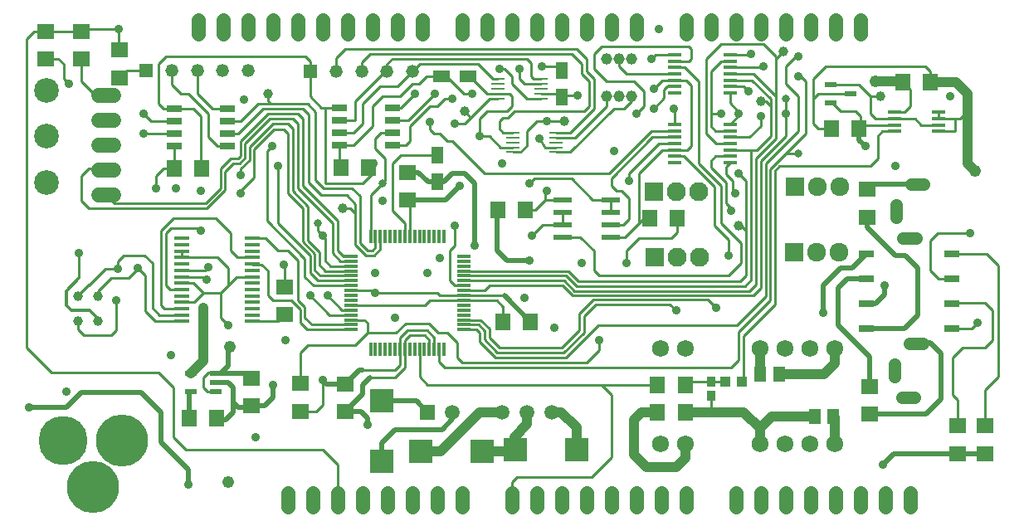
<source format=gbr>
G04 EAGLE Gerber RS-274X export*
G75*
%MOMM*%
%FSLAX34Y34*%
%LPD*%
%INBottom Copper*%
%IPPOS*%
%AMOC8*
5,1,8,0,0,1.08239X$1,22.5*%
G01*
%ADD10R,1.500000X0.400000*%
%ADD11R,1.803000X1.600000*%
%ADD12R,1.800000X1.600000*%
%ADD13R,1.600000X1.800000*%
%ADD14C,1.524000*%
%ADD15C,1.422400*%
%ADD16C,1.000000*%
%ADD17R,1.520000X0.700000*%
%ADD18R,1.320800X1.320800*%
%ADD19C,1.320800*%
%ADD20R,1.333500X0.228600*%
%ADD21R,1.473200X0.355600*%
%ADD22R,1.920000X1.920000*%
%ADD23C,1.920000*%
%ADD24R,1.950000X1.950000*%
%ADD25C,1.950000*%
%ADD26R,1.981200X0.558800*%
%ADD27R,1.600000X0.700000*%
%ADD28C,1.308000*%
%ADD29R,1.475000X0.450000*%
%ADD30R,1.600000X1.803000*%
%ADD31C,1.725000*%
%ADD32R,2.450000X2.350000*%
%ADD33R,1.508000X1.508000*%
%ADD34C,1.508000*%
%ADD35R,2.350000X2.450000*%
%ADD36R,1.300000X1.500000*%
%ADD37R,1.475000X0.300000*%
%ADD38R,0.300000X1.475000*%
%ADD39R,1.200000X0.600000*%
%ADD40C,1.168000*%
%ADD41C,2.520000*%
%ADD42R,1.295400X0.558800*%
%ADD43R,1.250000X1.750000*%
%ADD44R,1.750000X1.250000*%
%ADD45C,5.300000*%
%ADD46C,5.000000*%
%ADD47C,0.800000*%
%ADD48R,1.000000X1.100000*%
%ADD49R,0.949997X1.005600*%
%ADD50C,0.508000*%
%ADD51C,0.254000*%
%ADD52C,0.914400*%
%ADD53C,1.016000*%
%ADD54C,1.219200*%
%ADD55C,0.304800*%


D10*
X243520Y291970D03*
X243520Y285470D03*
X243520Y278970D03*
X243520Y272470D03*
X243520Y265970D03*
X243520Y259470D03*
X243520Y252970D03*
X243520Y246470D03*
X243520Y239970D03*
X243520Y233470D03*
X243520Y226970D03*
X243520Y220470D03*
X243520Y213970D03*
X243520Y207470D03*
X171020Y207470D03*
X171020Y213970D03*
X171020Y220470D03*
X171020Y226970D03*
X171020Y233470D03*
X171020Y239970D03*
X171020Y246470D03*
X171020Y252970D03*
X171020Y259470D03*
X171020Y265970D03*
X171020Y272470D03*
X171020Y278970D03*
X171020Y285470D03*
X171020Y291970D03*
D11*
X276000Y242770D03*
X276000Y214330D03*
X107470Y456140D03*
X107470Y484580D03*
D12*
X32610Y503520D03*
X32610Y475520D03*
X242390Y149270D03*
X242390Y121270D03*
D13*
X178980Y108300D03*
X206980Y108300D03*
D11*
X68340Y475080D03*
X68340Y503520D03*
D13*
X499040Y207170D03*
X527040Y207170D03*
D12*
X337920Y143510D03*
X337920Y115510D03*
X401280Y331600D03*
X401280Y359600D03*
D14*
X101560Y387510D02*
X86320Y387510D01*
X86320Y412910D02*
X101560Y412910D01*
X101560Y438310D02*
X86320Y438310D01*
X86320Y362110D02*
X101560Y362110D01*
X101560Y336710D02*
X86320Y336710D01*
D15*
X634960Y501048D02*
X634960Y515272D01*
X609560Y515272D02*
X609560Y501048D01*
X584160Y501048D02*
X584160Y515272D01*
X558760Y515272D02*
X558760Y501048D01*
X533360Y501048D02*
X533360Y515272D01*
X507960Y515272D02*
X507960Y501048D01*
X482560Y501048D02*
X482560Y515272D01*
X457160Y515272D02*
X457160Y501048D01*
X416520Y501048D02*
X416520Y515272D01*
X391120Y515272D02*
X391120Y501048D01*
X365720Y501048D02*
X365720Y515272D01*
X340320Y515272D02*
X340320Y501048D01*
X314920Y501048D02*
X314920Y515272D01*
X289520Y515272D02*
X289520Y501048D01*
X264120Y501048D02*
X264120Y515272D01*
X238720Y515272D02*
X238720Y501048D01*
X213320Y501048D02*
X213320Y515272D01*
X187920Y515272D02*
X187920Y501048D01*
X279360Y32672D02*
X279360Y18448D01*
X304760Y18448D02*
X304760Y32672D01*
X330160Y32672D02*
X330160Y18448D01*
X355560Y18448D02*
X355560Y32672D01*
X380960Y32672D02*
X380960Y18448D01*
X406360Y18448D02*
X406360Y32672D01*
X431760Y32672D02*
X431760Y18448D01*
X457160Y18448D02*
X457160Y32672D01*
X507960Y32672D02*
X507960Y18448D01*
X533360Y18448D02*
X533360Y32672D01*
X558760Y32672D02*
X558760Y18448D01*
X584160Y18448D02*
X584160Y32672D01*
X609560Y32672D02*
X609560Y18448D01*
X634960Y18448D02*
X634960Y32672D01*
X660360Y32672D02*
X660360Y18448D01*
X685760Y18448D02*
X685760Y32672D01*
X685760Y501048D02*
X685760Y515272D01*
X711160Y515272D02*
X711160Y501048D01*
X736560Y501048D02*
X736560Y515272D01*
X761960Y515272D02*
X761960Y501048D01*
X787360Y501048D02*
X787360Y515272D01*
X812760Y515272D02*
X812760Y501048D01*
X838160Y501048D02*
X838160Y515272D01*
X863560Y515272D02*
X863560Y501048D01*
X736560Y32672D02*
X736560Y18448D01*
X761960Y18448D02*
X761960Y32672D01*
X787360Y32672D02*
X787360Y18448D01*
X812760Y18448D02*
X812760Y32672D01*
X838160Y32672D02*
X838160Y18448D01*
X863560Y18448D02*
X863560Y32672D01*
X888960Y32672D02*
X888960Y18448D01*
X914360Y18448D02*
X914360Y32672D01*
D16*
X85250Y207424D03*
X64960Y207424D03*
X64960Y232824D03*
X85250Y232824D03*
D17*
X386520Y425610D03*
X386520Y412910D03*
X386520Y400210D03*
X386520Y387510D03*
X332220Y387510D03*
X332220Y400210D03*
X332220Y412910D03*
X332220Y425610D03*
X217610Y424340D03*
X217610Y411640D03*
X217610Y398940D03*
X217610Y386240D03*
X163310Y386240D03*
X163310Y398940D03*
X163310Y411640D03*
X163310Y424340D03*
D18*
X134580Y463710D03*
D19*
X160742Y463710D03*
X186904Y463710D03*
X213066Y463710D03*
X239228Y463710D03*
D18*
X302220Y462440D03*
D19*
X328382Y462440D03*
X354544Y462440D03*
X380706Y462440D03*
X406868Y462440D03*
D13*
X191760Y363380D03*
X163760Y363380D03*
X361940Y364650D03*
X333940Y364650D03*
D20*
X537742Y454668D03*
X537742Y449664D03*
X537742Y444660D03*
X537742Y439656D03*
X537742Y434652D03*
X493419Y434652D03*
X493419Y439656D03*
X493419Y444660D03*
X493419Y449664D03*
X493419Y454668D03*
X552982Y400058D03*
X552982Y395054D03*
X552982Y390050D03*
X552982Y385046D03*
X552982Y380042D03*
X508659Y380042D03*
X508659Y385046D03*
X508659Y390050D03*
X508659Y395054D03*
X508659Y400058D03*
D21*
X730464Y408280D03*
X730464Y401780D03*
X730464Y395280D03*
X730464Y388780D03*
X730464Y382280D03*
X730464Y375780D03*
X730464Y369280D03*
X674076Y369280D03*
X674076Y375780D03*
X674076Y382280D03*
X674076Y388780D03*
X674076Y395280D03*
X674076Y401780D03*
X674076Y408280D03*
X730464Y479400D03*
X730464Y472900D03*
X730464Y466400D03*
X730464Y459900D03*
X730464Y453400D03*
X730464Y446900D03*
X730464Y440400D03*
X674076Y440400D03*
X674076Y446900D03*
X674076Y453400D03*
X674076Y459900D03*
X674076Y466400D03*
X674076Y472900D03*
X674076Y479400D03*
D13*
X521960Y321470D03*
X493960Y321470D03*
X676900Y312580D03*
X648900Y312580D03*
D22*
X796250Y278290D03*
D23*
X819150Y278290D03*
X842050Y278290D03*
D24*
X654010Y273210D03*
D25*
X676910Y273210D03*
X699810Y273210D03*
D26*
X608798Y331630D03*
X608798Y318930D03*
X608798Y306230D03*
X608798Y293530D03*
X559522Y293530D03*
X559522Y306230D03*
X559522Y318930D03*
X559522Y331630D03*
D27*
X957040Y276340D03*
X957040Y250940D03*
X957040Y225540D03*
X957040Y200140D03*
X869540Y200140D03*
X869540Y225540D03*
X869540Y250940D03*
X869540Y276340D03*
D11*
X873040Y112740D03*
X873040Y141180D03*
X870590Y342240D03*
X870590Y313800D03*
D28*
X898550Y163980D02*
X898550Y150900D01*
X914010Y184940D02*
X927090Y184940D01*
X919090Y129940D02*
X906010Y129940D01*
D29*
X943030Y420710D03*
X943030Y414210D03*
X943030Y407710D03*
X943030Y401210D03*
X898790Y401210D03*
X898790Y407710D03*
X898790Y414210D03*
X898790Y420710D03*
D30*
X906690Y451600D03*
X935130Y451600D03*
D22*
X796450Y344920D03*
D23*
X819350Y344920D03*
X842250Y344920D03*
D24*
X652940Y339840D03*
D25*
X675840Y339840D03*
X698740Y339840D03*
D28*
X899820Y326540D02*
X899820Y313460D01*
X915280Y347500D02*
X928360Y347500D01*
X920360Y292500D02*
X907280Y292500D01*
D31*
X659290Y180090D03*
X684690Y180090D03*
X760890Y180090D03*
X786290Y180090D03*
X811690Y180090D03*
X837090Y180090D03*
X659290Y82300D03*
X684690Y82300D03*
X760890Y82300D03*
X786290Y82300D03*
X811690Y82300D03*
X837090Y82300D03*
D32*
X375300Y126540D03*
X375300Y64540D03*
D33*
X422160Y114920D03*
D34*
X447560Y114920D03*
X498360Y114920D03*
X523760Y114920D03*
X549160Y114920D03*
D35*
X477400Y74960D03*
X415400Y74960D03*
X573920Y76300D03*
X511920Y76300D03*
D36*
X761420Y153180D03*
X780420Y153180D03*
X816880Y110380D03*
X835880Y110380D03*
D37*
X458660Y273880D03*
X458660Y268880D03*
X458660Y263880D03*
X458660Y258880D03*
X458660Y253880D03*
X458660Y248880D03*
X458660Y243880D03*
X458660Y238880D03*
X458660Y233880D03*
X458660Y228880D03*
X458660Y223880D03*
X458660Y218880D03*
X458660Y213880D03*
X458660Y208880D03*
X458660Y203880D03*
X458660Y198880D03*
D38*
X438780Y179000D03*
X433780Y179000D03*
X428780Y179000D03*
X423780Y179000D03*
X418780Y179000D03*
X413780Y179000D03*
X408780Y179000D03*
X403780Y179000D03*
X398780Y179000D03*
X393780Y179000D03*
X388780Y179000D03*
X383780Y179000D03*
X378780Y179000D03*
X373780Y179000D03*
X368780Y179000D03*
X363780Y179000D03*
D37*
X343900Y198880D03*
X343900Y203880D03*
X343900Y208880D03*
X343900Y213880D03*
X343900Y218880D03*
X343900Y223880D03*
X343900Y228880D03*
X343900Y233880D03*
X343900Y238880D03*
X343900Y243880D03*
X343900Y248880D03*
X343900Y253880D03*
X343900Y258880D03*
X343900Y263880D03*
X343900Y268880D03*
X343900Y273880D03*
D38*
X363780Y293760D03*
X368780Y293760D03*
X373780Y293760D03*
X378780Y293760D03*
X383780Y293760D03*
X388780Y293760D03*
X393780Y293760D03*
X398780Y293760D03*
X403780Y293760D03*
X408780Y293760D03*
X413780Y293760D03*
X418780Y293760D03*
X423780Y293760D03*
X428780Y293760D03*
X433780Y293760D03*
X438780Y293760D03*
D39*
X205500Y154440D03*
X205500Y144940D03*
X205500Y135440D03*
X180500Y135440D03*
X180500Y154440D03*
D40*
X604480Y475140D03*
X617180Y475140D03*
X629880Y475140D03*
X604480Y437040D03*
X617180Y437040D03*
X629880Y437040D03*
D41*
X32980Y349400D03*
X32980Y396400D03*
X32980Y443400D03*
D11*
X962620Y72300D03*
X962620Y100740D03*
X990560Y72300D03*
X990560Y100740D03*
X292060Y115480D03*
X292060Y143920D03*
D30*
X684740Y142400D03*
X656300Y142400D03*
X684740Y114460D03*
X656300Y114460D03*
D42*
X832953Y430080D03*
X832953Y449080D03*
X853527Y439580D03*
D13*
X862320Y404020D03*
X834320Y404020D03*
D43*
X558760Y463240D03*
X558760Y436240D03*
D44*
X463040Y457360D03*
X436040Y457360D03*
D43*
X431760Y376880D03*
X431760Y349880D03*
D45*
X110196Y85758D03*
D46*
X50196Y85758D03*
D45*
X80196Y38758D03*
D47*
X309840Y307500D03*
X375880Y348140D03*
D16*
X259040Y439580D03*
X335240Y322740D03*
X459700Y421800D03*
X561300Y411640D03*
X883880Y437040D03*
X739100Y304960D03*
X761960Y431960D03*
X784820Y482760D03*
D47*
X787360Y434500D03*
X800060Y378620D03*
D48*
X743068Y145542D03*
X726068Y145542D03*
D49*
X711454Y145708D03*
X711454Y131152D03*
D50*
X375300Y83400D02*
X375300Y64540D01*
X375300Y83400D02*
X388580Y96680D01*
X447560Y107400D02*
X447560Y114920D01*
X436840Y96680D02*
X388580Y96680D01*
X436840Y96680D02*
X447560Y107400D01*
X218400Y144940D02*
X205500Y144940D01*
X218400Y144940D02*
X223480Y139860D01*
X223480Y124620D02*
X228560Y119540D01*
X240660Y119540D01*
X242390Y121270D01*
X223480Y124620D02*
X223480Y139860D01*
X223480Y124620D02*
X223480Y114460D01*
X215860Y106840D01*
X208440Y106840D01*
X206980Y108300D01*
D51*
X398780Y179000D02*
X398780Y188160D01*
X403820Y193200D01*
X419060Y193200D01*
X423780Y188480D02*
X423780Y179000D01*
X423780Y188480D02*
X419060Y193200D01*
X458660Y233880D02*
X500300Y233880D01*
D50*
X527010Y207170D02*
X527040Y207170D01*
X527010Y207170D02*
X500300Y233880D01*
X355560Y133150D02*
X337920Y115510D01*
X355560Y142400D02*
X363180Y150020D01*
X355560Y142400D02*
X355560Y133150D01*
D51*
X363180Y150020D02*
X388580Y150020D01*
X398780Y160220D01*
X398780Y179000D01*
X434260Y233880D02*
X458660Y233880D01*
X182910Y246470D02*
X171020Y246470D01*
X227370Y252970D02*
X243520Y252970D01*
X193000Y236380D02*
X182910Y246470D01*
X193000Y236380D02*
X210780Y236380D01*
X218400Y244000D01*
X227370Y252970D01*
D52*
X55840Y449740D03*
D51*
X50760Y454820D01*
X45300Y475520D02*
X32610Y475520D01*
X50760Y470060D02*
X50760Y454820D01*
X50760Y470060D02*
X45300Y475520D01*
D53*
X640040Y114460D02*
X656300Y114460D01*
X640040Y114460D02*
X632420Y106840D01*
X632420Y71280D01*
X645120Y58580D01*
X675600Y58580D01*
X684690Y67670D02*
X684690Y82300D01*
X684690Y67670D02*
X675600Y58580D01*
D52*
X657820Y505620D03*
X360640Y101760D03*
D51*
X183590Y226970D02*
X171020Y226970D01*
X183590Y226970D02*
X193000Y236380D01*
X171020Y272470D02*
X171020Y278970D01*
X171020Y272470D02*
X207710Y272470D01*
X218400Y261780D02*
X218400Y244000D01*
X218400Y261780D02*
X207710Y272470D01*
D52*
X104100Y228760D03*
D51*
X104100Y198280D01*
X99020Y193200D01*
X71080Y193200D01*
X64960Y199320D02*
X64960Y207424D01*
X64960Y199320D02*
X71080Y193200D01*
D52*
X159980Y172880D03*
X469860Y284640D03*
D50*
X469860Y348140D01*
D51*
X210780Y236380D02*
X210780Y210980D01*
X218400Y203360D01*
D52*
X218400Y203360D03*
D50*
X401280Y359600D02*
X412680Y359600D01*
X422400Y349880D02*
X431760Y349880D01*
X422400Y349880D02*
X412680Y359600D01*
X431760Y349880D02*
X438580Y349880D01*
X447000Y358300D01*
X459700Y358300D01*
X469860Y348140D01*
D52*
X955000Y437040D03*
X368260Y236380D03*
D51*
X365760Y238880D01*
X343900Y238880D01*
X368260Y236380D02*
X431760Y236380D01*
X434260Y233880D01*
X728940Y274480D02*
X728940Y290352D01*
D52*
X728940Y274480D03*
D51*
X728940Y290352D02*
X714332Y304960D01*
X714332Y345246D01*
D52*
X652740Y424340D03*
D50*
X255690Y121270D02*
X242390Y121270D01*
X264120Y129700D02*
X264120Y142400D01*
D52*
X264120Y142400D03*
D50*
X264120Y129700D02*
X255690Y121270D01*
X337920Y115510D02*
X353748Y115510D01*
X360894Y108364D01*
X360894Y102014D01*
X360640Y101760D01*
D51*
X715940Y375780D02*
X730464Y375780D01*
X715940Y375780D02*
X711160Y371000D01*
X711160Y364026D01*
X726400Y348786D02*
X726400Y327820D01*
X731480Y322740D01*
X731480Y320200D01*
D52*
X731480Y320200D03*
D51*
X726400Y348786D02*
X711160Y364026D01*
X730464Y446900D02*
X744480Y446900D01*
X749260Y442120D01*
D52*
X749260Y442120D03*
X234422Y433718D03*
D51*
X666762Y446900D02*
X674076Y446900D01*
X663408Y443546D02*
X663408Y437254D01*
X663448Y437214D01*
X663448Y435048D02*
X652740Y424340D01*
X663408Y443546D02*
X666762Y446900D01*
X663448Y437214D02*
X663448Y435048D01*
X674076Y375780D02*
X683798Y375780D01*
X714332Y345246D01*
X730464Y408280D02*
X739588Y417404D01*
X739588Y419748D01*
D52*
X739588Y419748D03*
X751800Y480220D03*
D51*
X750980Y479400D01*
X730464Y479400D01*
X115040Y463710D02*
X107470Y456140D01*
X458660Y228880D02*
X492600Y228880D01*
X499040Y222440D02*
X499040Y207170D01*
X499040Y222440D02*
X492600Y228880D01*
D53*
X193000Y166940D02*
X180500Y154440D01*
X193000Y166940D02*
X193000Y221140D01*
D52*
X499040Y207170D03*
D51*
X393780Y190780D02*
X393780Y179000D01*
X393780Y190780D02*
X401280Y198280D01*
X428780Y191100D02*
X428780Y179000D01*
X428780Y191100D02*
X421600Y198280D01*
X401280Y198280D01*
D50*
X352050Y157640D02*
X337920Y143510D01*
X352050Y157640D02*
X355560Y157640D01*
D51*
X393780Y162840D02*
X393780Y179000D01*
X393780Y162840D02*
X388580Y157640D01*
X355560Y157640D01*
D52*
X314920Y147480D03*
D50*
X318890Y143510D01*
X337920Y143510D01*
D52*
X454620Y345600D03*
D50*
X440620Y331600D01*
X401280Y331600D01*
D51*
X403780Y329100D02*
X403780Y293760D01*
X403780Y329100D02*
X401280Y331600D01*
X419260Y223880D02*
X343900Y223880D01*
X424260Y228880D02*
X458660Y228880D01*
X424260Y228880D02*
X419260Y223880D01*
D50*
X962620Y72300D02*
X990560Y72300D01*
D52*
X193000Y221140D03*
D50*
X897600Y72300D02*
X962620Y72300D01*
X897600Y72300D02*
X886420Y61120D01*
D52*
X886420Y61120D03*
X736306Y337726D03*
D51*
X308320Y115480D02*
X292060Y115480D01*
X308320Y115480D02*
X314920Y122080D01*
X314920Y147480D01*
X730464Y430436D02*
X730464Y440400D01*
X739588Y421312D02*
X739588Y419748D01*
X739588Y421312D02*
X730464Y430436D01*
X733766Y350426D02*
X733766Y340266D01*
X736306Y337726D01*
X733766Y350426D02*
X726400Y357792D01*
X726400Y365216D02*
X730464Y369280D01*
X726400Y365216D02*
X726400Y357792D01*
D52*
X899120Y365920D03*
D51*
X134580Y463710D02*
X115040Y463710D01*
X153030Y220470D02*
X171020Y220470D01*
X153030Y220470D02*
X149820Y223680D01*
X149820Y299880D01*
X162520Y312580D01*
X205700Y312580D01*
X220940Y297340D02*
X220940Y279560D01*
X220940Y297340D02*
X205700Y312580D01*
X220940Y279560D02*
X228030Y272470D01*
X243520Y272470D01*
X194500Y259470D02*
X171020Y259470D01*
X194500Y259470D02*
X198080Y263050D01*
D52*
X198080Y263050D03*
D51*
X194190Y252970D02*
X171020Y252970D01*
X194190Y252970D02*
X196810Y250350D01*
D52*
X196810Y250350D03*
D51*
X243520Y207470D02*
X269101Y207470D01*
X274788Y213118D02*
X276000Y214330D01*
X274788Y213118D02*
X274749Y213118D01*
X269101Y207470D01*
X243900Y265590D02*
X243520Y265970D01*
X299080Y198880D02*
X343900Y198880D01*
X299080Y198880D02*
X292060Y205900D01*
X292060Y219955D02*
X283255Y228760D01*
X264120Y228760D02*
X259040Y233840D01*
X252690Y265590D02*
X243900Y265590D01*
X292060Y219955D02*
X292060Y205900D01*
X283255Y228760D02*
X264120Y228760D01*
X259040Y233840D02*
X259040Y259240D01*
X252690Y265590D01*
X304240Y203880D02*
X343900Y203880D01*
X296632Y211488D02*
X296632Y221849D01*
X289520Y228961D01*
X289520Y269400D02*
X279360Y279560D01*
X269200Y279560D01*
X296632Y211488D02*
X304240Y203880D01*
X289520Y228961D02*
X289520Y269400D01*
X269200Y279560D02*
X256790Y291970D01*
X243520Y291970D01*
X335840Y273880D02*
X343900Y273880D01*
X335840Y273880D02*
X330160Y279560D01*
X330160Y310040D01*
X294600Y345600D01*
X210780Y343060D02*
X195540Y327820D01*
X102830Y327820D01*
X93940Y336710D01*
X210780Y363380D02*
X220940Y373540D01*
X210780Y363380D02*
X210780Y343060D01*
X220940Y373540D02*
X228560Y373540D01*
X231100Y376080D01*
X231100Y391320D01*
X259040Y419260D01*
X289520Y419260D01*
X294600Y414180D01*
X294600Y345600D01*
X333220Y268880D02*
X343900Y268880D01*
X333220Y268880D02*
X325080Y277020D01*
X325080Y307500D01*
X289520Y343060D01*
X215352Y341166D02*
X215352Y360332D01*
X215352Y341166D02*
X196926Y322740D01*
X76160Y322740D02*
X68540Y330360D01*
X68540Y355760D01*
X76160Y363380D01*
X92670Y363380D01*
X93940Y362110D01*
X76160Y322740D02*
X196926Y322740D01*
X223988Y368968D02*
X230454Y368968D01*
X235672Y374186D01*
X235672Y388780D01*
X261072Y414180D01*
X284440Y414180D02*
X289520Y409100D01*
X223988Y368968D02*
X215352Y360332D01*
X261072Y414180D02*
X284440Y414180D01*
X289520Y409100D02*
X289520Y343060D01*
X68340Y452480D02*
X68340Y475080D01*
X68340Y452480D02*
X83780Y437040D01*
X92670Y437040D01*
X93940Y438310D01*
X449660Y243880D02*
X458660Y243880D01*
X449660Y243880D02*
X444460Y249080D01*
X444460Y279560D01*
X449540Y284640D01*
X449540Y304960D01*
D52*
X449540Y304960D03*
D51*
X433780Y179000D02*
X433780Y165780D01*
X439380Y160180D01*
X771612Y229118D02*
X771612Y362872D01*
X807680Y398940D02*
X807680Y452280D01*
X802600Y457360D01*
X800060Y457360D01*
D52*
X800060Y457360D03*
X764500Y467520D03*
D51*
X763380Y466400D01*
X730464Y466400D01*
X787360Y378620D02*
X771612Y362872D01*
X787360Y378620D02*
X807680Y398940D01*
X771612Y229118D02*
X739100Y196606D01*
X731480Y160180D02*
X439380Y160180D01*
X731480Y160180D02*
X739100Y167800D01*
X739100Y196606D01*
X787360Y378620D02*
X800060Y378620D01*
X368780Y293760D02*
X368780Y282620D01*
X365720Y279560D01*
X360640Y279560D01*
X353020Y287180D01*
X353020Y335440D01*
X315566Y343568D02*
X307808Y351326D01*
X307808Y421292D01*
X344892Y343568D02*
X353020Y335440D01*
X344892Y343568D02*
X315566Y343568D01*
X299680Y429420D02*
X261580Y429420D01*
X248880Y429420D01*
X299680Y429420D02*
X307808Y421292D01*
X231100Y411640D02*
X217610Y411640D01*
X231100Y411640D02*
X248880Y429420D01*
X259040Y431960D02*
X259040Y439580D01*
X259040Y431960D02*
X261580Y429420D01*
X322980Y263880D02*
X343900Y263880D01*
D52*
X314920Y294800D03*
X429220Y439580D03*
D51*
X402550Y412910D01*
X386520Y412910D01*
X317460Y269400D02*
X322980Y263880D01*
X317460Y292260D02*
X314920Y294800D01*
X317460Y292260D02*
X317460Y269400D01*
X314920Y294800D02*
X309840Y299880D01*
X309840Y307500D01*
X363780Y293760D02*
X363780Y336040D01*
X378420Y373540D02*
X368260Y383700D01*
X368260Y393860D01*
X374610Y400210D02*
X386520Y400210D01*
X375880Y348140D02*
X363780Y336040D01*
X375880Y348140D02*
X378420Y350680D01*
X378420Y373540D01*
X368260Y393860D02*
X374610Y400210D01*
X367614Y274988D02*
X358746Y274988D01*
X348448Y285286D01*
X348448Y317660D01*
X348448Y327312D01*
X373780Y293760D02*
X373582Y293562D01*
X373582Y280956D01*
X367614Y274988D01*
X339304Y336456D02*
X313672Y336456D01*
X300696Y349432D01*
X300696Y418244D02*
X294600Y424340D01*
X339304Y336456D02*
X348448Y327312D01*
X300696Y349432D02*
X300696Y418244D01*
X228560Y398940D02*
X217610Y398940D01*
X228560Y398940D02*
X253960Y424340D01*
X294600Y424340D01*
X335240Y322740D02*
X343368Y322740D01*
X348448Y317660D01*
X343900Y208880D02*
X357660Y208880D01*
X360640Y205900D01*
X360640Y195740D01*
X299680Y183040D02*
X292060Y175420D01*
X292060Y143920D01*
X347940Y183040D02*
X360640Y195740D01*
X347940Y183040D02*
X299680Y183040D01*
X360640Y195740D02*
X389734Y195740D01*
X399386Y205392D01*
X423494Y205392D01*
X433146Y195740D01*
X441920Y195740D02*
X452080Y185580D01*
X452080Y170340D01*
X457160Y165260D01*
X596860Y177960D02*
X596860Y188120D01*
D52*
X596860Y188120D03*
D51*
X441920Y195740D02*
X433146Y195740D01*
X457160Y165260D02*
X584160Y165260D01*
X596860Y177960D01*
D54*
X218400Y43340D03*
D51*
X322180Y213880D02*
X343900Y213880D01*
X322180Y213880D02*
X302220Y233840D01*
D52*
X302220Y233840D03*
X165060Y343060D03*
D51*
X334960Y218880D02*
X343900Y218880D01*
X334960Y218880D02*
X320000Y233840D01*
D52*
X320000Y233840D03*
X190460Y340520D03*
D51*
X302220Y256700D02*
X310040Y248880D01*
X343900Y248880D01*
X302220Y256700D02*
X302220Y274480D01*
X269200Y307500D01*
X269200Y365920D01*
D52*
X269200Y365920D03*
X106640Y505620D03*
D51*
X70660Y505620D01*
X68340Y503520D01*
X32830Y503300D01*
X32610Y503520D01*
X106640Y485410D02*
X107470Y484580D01*
X106640Y485410D02*
X106640Y505620D01*
X330160Y61120D02*
X330160Y25560D01*
X175220Y76360D02*
X162520Y89060D01*
X162520Y139860D01*
X147280Y155100D01*
X314920Y76360D02*
X330160Y61120D01*
X314920Y76360D02*
X175220Y76360D01*
X147280Y155100D02*
X38060Y155100D01*
X12660Y180500D01*
X12660Y495460D01*
X20720Y503520D02*
X32610Y503520D01*
X20720Y503520D02*
X12660Y495460D01*
D52*
X66508Y277020D03*
D55*
X85250Y210526D02*
X85250Y207424D01*
X85250Y210526D02*
X77176Y218600D01*
X58634Y218600D01*
X53300Y223934D01*
X53300Y238158D01*
X66508Y251366D01*
D51*
X66508Y277020D01*
D52*
X105624Y261272D03*
D55*
X64984Y232824D02*
X64960Y232824D01*
X64984Y232824D02*
X76160Y244000D01*
D51*
X148608Y213970D02*
X171020Y213970D01*
X141184Y221394D02*
X141184Y266606D01*
X141184Y221394D02*
X148608Y213970D01*
X105624Y261272D02*
X105624Y268384D01*
X111720Y274480D01*
X133310Y274480D01*
X141184Y266606D01*
X93432Y261272D02*
X76160Y244000D01*
X93432Y261272D02*
X105624Y261272D01*
D52*
X125944Y262288D03*
D51*
X144440Y207470D02*
X171020Y207470D01*
X144440Y207470D02*
X133818Y218092D01*
X85250Y232824D02*
X85250Y237850D01*
X99020Y251620D01*
X116800Y251620D01*
X125944Y260764D01*
X125944Y262288D01*
X133818Y254414D01*
X133818Y218092D01*
X276000Y242770D02*
X276000Y265140D01*
X275550Y265590D01*
D52*
X275550Y265590D03*
D51*
X154900Y244000D02*
X154900Y297340D01*
X159980Y302420D01*
X187666Y302420D01*
D52*
X190460Y299626D03*
D51*
X187666Y302420D01*
X171020Y239970D02*
X158930Y239970D01*
X154900Y244000D01*
X332220Y412910D02*
X347940Y412910D01*
X347940Y431960D01*
X378420Y462440D01*
X527582Y457208D02*
X527582Y470759D01*
X530122Y454668D02*
X537742Y454668D01*
X530122Y454668D02*
X527582Y457208D01*
X527582Y470759D02*
X523200Y475140D01*
X386040Y475140D01*
X380706Y469806D01*
X380706Y462440D02*
X378420Y462440D01*
X380706Y462440D02*
X380706Y469806D01*
X346670Y400210D02*
X332220Y400210D01*
X346670Y400210D02*
X355560Y409100D01*
X355560Y429420D01*
X373340Y447200D01*
X391628Y447200D01*
X488339Y454668D02*
X493419Y454668D01*
X488339Y454668D02*
X473099Y469908D01*
X414336Y469908D01*
X406868Y462440D02*
X391628Y447200D01*
X406868Y462440D02*
X414336Y469908D01*
X163310Y411640D02*
X139660Y411640D01*
X132040Y419260D01*
D52*
X132040Y419260D03*
D51*
X552982Y400058D02*
X567498Y400058D01*
X591780Y424340D01*
X591780Y454820D01*
X584160Y462440D01*
X584160Y475140D01*
X574000Y485300D01*
X337780Y485300D01*
X328382Y475902D01*
X328382Y462440D01*
D52*
X132040Y398940D03*
D51*
X163310Y398940D01*
X581620Y421800D02*
X586700Y426880D01*
X586700Y452280D01*
X579080Y459900D01*
X579080Y470060D01*
X510500Y421800D02*
X503579Y414879D01*
X510500Y421800D02*
X581620Y421800D01*
X579080Y470060D02*
X568920Y480220D01*
X363180Y480220D01*
X354544Y471584D01*
X499222Y400058D02*
X508659Y400058D01*
X499222Y400058D02*
X495260Y404020D01*
X495260Y411640D01*
X498499Y414879D01*
X503579Y414879D01*
X354544Y462440D02*
X354544Y471584D01*
X163760Y385790D02*
X163310Y386240D01*
X163760Y385790D02*
X163760Y363380D01*
X332220Y366370D02*
X332220Y387510D01*
X332220Y366370D02*
X333940Y364650D01*
D53*
X773120Y110380D02*
X816880Y110380D01*
X760890Y98150D02*
X760890Y82300D01*
X760890Y98150D02*
X773120Y110380D01*
X780420Y153180D02*
X826080Y153180D01*
X837090Y164190D02*
X837090Y180090D01*
X837090Y164190D02*
X826080Y153180D01*
X935130Y451600D02*
X960760Y451600D01*
X972780Y439580D01*
X972780Y419260D01*
X972780Y368460D01*
X980400Y360840D01*
D54*
X980400Y360840D03*
D51*
X934680Y451150D02*
X935130Y451600D01*
X943030Y420710D02*
X943030Y414210D01*
X960080Y414210D01*
X960080Y401210D01*
X943030Y401210D01*
X853527Y439580D02*
X820380Y439580D01*
X815300Y434500D01*
X815300Y409100D01*
X820380Y404020D01*
X834320Y404020D01*
X674076Y388780D02*
X657820Y388780D01*
X627340Y358300D01*
X627340Y350680D01*
D52*
X627340Y350680D03*
D53*
X684740Y114460D02*
X711200Y114460D01*
X744580Y114460D01*
X760890Y98150D01*
D51*
X163760Y363380D02*
X152360Y363380D01*
X144740Y355760D02*
X144740Y343060D01*
D52*
X144740Y343060D03*
D51*
X144740Y355760D02*
X152360Y363380D01*
X332220Y387510D02*
X346670Y387510D01*
X365720Y426880D02*
X375880Y437040D01*
X365720Y406560D02*
X346670Y387510D01*
X365720Y406560D02*
X365720Y426880D01*
X375880Y437040D02*
X393660Y437040D01*
X406360Y449740D01*
X420800Y457360D02*
X436040Y457360D01*
X420800Y457360D02*
X413180Y449740D01*
X406360Y449740D01*
X554734Y467266D02*
X558760Y463240D01*
X554734Y467266D02*
X538440Y467266D01*
D52*
X538440Y467266D03*
X467320Y439580D03*
D51*
X458900Y439580D01*
X441120Y457360D01*
X436040Y457360D01*
X815300Y454820D02*
X815300Y434500D01*
X929600Y467520D02*
X934680Y462440D01*
X934680Y451150D01*
X828000Y467520D02*
X815300Y454820D01*
X828000Y467520D02*
X929600Y467520D01*
X676900Y312580D02*
X676900Y298640D01*
X670520Y292260D01*
X637500Y292260D01*
X624916Y279676D01*
X624916Y266744D01*
D52*
X624916Y266744D03*
D50*
X493960Y321470D02*
X492705Y322725D01*
D52*
X525740Y269400D03*
D50*
X502880Y269400D01*
X492705Y279575D02*
X492705Y322725D01*
X492705Y279575D02*
X502880Y269400D01*
D52*
X368260Y256700D03*
D51*
X960080Y414210D02*
X965190Y414210D01*
X970240Y419260D02*
X972780Y419260D01*
X970240Y419260D02*
X965190Y414210D01*
X624800Y459900D02*
X617180Y467520D01*
X617180Y475140D01*
X624800Y459900D02*
X674076Y459900D01*
D53*
X510580Y74960D02*
X477400Y74960D01*
X510580Y74960D02*
X511920Y76300D01*
X523760Y102320D02*
X523760Y114920D01*
X523760Y102320D02*
X510500Y89060D01*
X510500Y75040D01*
X510580Y74960D01*
D51*
X711454Y114714D02*
X711454Y131152D01*
X711454Y114714D02*
X711200Y114460D01*
X217610Y424340D02*
X202370Y424340D01*
X186904Y439806D01*
X186904Y463710D01*
X198080Y419260D02*
X198080Y395610D01*
X207450Y386240D02*
X217610Y386240D01*
X207450Y386240D02*
X198080Y395610D01*
X170140Y439580D02*
X160742Y448978D01*
X170140Y439580D02*
X177760Y439580D01*
X198080Y419260D01*
X160742Y448978D02*
X160742Y463710D01*
X317460Y425610D02*
X332220Y425610D01*
X313650Y425610D02*
X302220Y437040D01*
X182840Y424340D02*
X163310Y424340D01*
X182840Y424340D02*
X190460Y416720D01*
X190460Y364680D02*
X191760Y363380D01*
X190460Y364680D02*
X190460Y416720D01*
D53*
X549160Y114920D02*
X558300Y114920D01*
X574000Y99220D01*
X574000Y76380D01*
X573920Y76300D01*
D51*
X317460Y348140D02*
X317460Y425610D01*
X317460Y348140D02*
X355560Y348140D01*
X366512Y359092D02*
X366512Y368206D01*
X366512Y359092D02*
X355560Y348140D01*
X317460Y425610D02*
X313650Y425610D01*
X862320Y404020D02*
X866010Y407710D01*
X898790Y407710D01*
X834960Y430080D02*
X832953Y430080D01*
X834960Y430080D02*
X843240Y421800D01*
X858480Y421800D02*
X863560Y416720D01*
X863560Y405260D01*
X862320Y404020D01*
X858480Y421800D02*
X843240Y421800D01*
X559522Y331630D02*
X542250Y331630D01*
X532090Y321470D02*
X521960Y321470D01*
X532090Y321470D02*
X542250Y331630D01*
X493419Y439656D02*
X482484Y439656D01*
X464780Y457360D01*
X463040Y457360D01*
D52*
X474940Y396400D03*
D51*
X485100Y396400D01*
X496454Y385046D02*
X508659Y385046D01*
X496454Y385046D02*
X485100Y396400D01*
D52*
X868640Y386240D03*
D50*
X862320Y392560D01*
X862320Y404020D01*
D52*
X650200Y475140D03*
X543404Y340636D03*
D51*
X542250Y339482D01*
X542250Y331630D01*
D52*
X366512Y368206D03*
D51*
X163310Y424340D02*
X152360Y424340D01*
X147280Y429420D01*
X147280Y470060D01*
X154900Y477680D01*
X297140Y477680D01*
X302220Y472600D01*
X493419Y439656D02*
X505344Y439656D01*
X507960Y437040D01*
X507960Y426880D01*
X502880Y421800D01*
X482560Y421800D02*
X474940Y414180D01*
X474940Y396400D01*
X482560Y421800D02*
X502880Y421800D01*
X654460Y479400D02*
X674076Y479400D01*
X654460Y479400D02*
X650200Y475140D01*
X674076Y423324D02*
X674076Y408280D01*
X674076Y423324D02*
X673060Y424340D01*
D52*
X673060Y424340D03*
D50*
X365496Y368206D02*
X361940Y364650D01*
X365496Y368206D02*
X366512Y368206D01*
D51*
X302220Y462440D02*
X302220Y472600D01*
X302220Y462440D02*
X302220Y437040D01*
D52*
X495260Y464980D03*
D51*
X500340Y464980D02*
X507960Y457360D01*
X500340Y464980D02*
X495260Y464980D01*
X523048Y434652D02*
X537742Y434652D01*
X523048Y434652D02*
X507960Y449740D01*
X507960Y457360D01*
X520736Y449664D02*
X537742Y449664D01*
X520736Y449664D02*
X515580Y454820D01*
X515580Y464980D01*
D52*
X515580Y464980D03*
D51*
X608798Y293530D02*
X623530Y293530D01*
X642580Y312580D02*
X648900Y312580D01*
X637500Y307500D02*
X623530Y293530D01*
X637500Y307500D02*
X642580Y312580D01*
D52*
X535900Y393860D03*
D51*
X542174Y385046D01*
X552982Y385046D01*
X661480Y453400D02*
X674076Y453400D01*
X661480Y453400D02*
X652740Y444660D01*
D52*
X652740Y444660D03*
D51*
X661480Y382280D02*
X674076Y382280D01*
X637500Y358300D02*
X637500Y307500D01*
X637500Y358300D02*
X661480Y382280D01*
D52*
X575270Y438310D03*
D51*
X674076Y382280D02*
X686880Y382280D01*
X690840Y386240D01*
X690840Y448216D01*
X685656Y453400D02*
X674076Y453400D01*
X685656Y453400D02*
X690840Y448216D01*
X575270Y438310D02*
X560830Y438310D01*
X558760Y436240D01*
X555344Y439656D02*
X537742Y439656D01*
X555344Y439656D02*
X558760Y436240D01*
D53*
X435440Y74960D02*
X415400Y74960D01*
X475400Y114920D02*
X498360Y114920D01*
X475400Y114920D02*
X435440Y74960D01*
D51*
X552982Y380042D02*
X567802Y380042D01*
X612100Y424340D02*
X622260Y424340D01*
X629880Y431960D01*
X629880Y437040D01*
X612100Y424340D02*
X567802Y380042D01*
X572654Y395054D02*
X552982Y395054D01*
X604480Y426880D02*
X604480Y437040D01*
X604480Y426880D02*
X572654Y395054D01*
X650500Y401780D02*
X674076Y401780D01*
X607020Y358300D02*
X480020Y358300D01*
X607020Y358300D02*
X650500Y401780D01*
X447000Y391320D02*
X441920Y391320D01*
X434300Y398940D01*
X428164Y398940D01*
X447000Y391320D02*
X480020Y358300D01*
X428164Y398940D02*
X424100Y403004D01*
X424100Y410624D01*
D52*
X424100Y410624D03*
D51*
X599400Y487840D02*
X688300Y487840D01*
X591780Y480220D02*
X591780Y464980D01*
X604480Y452280D01*
X632420Y452280D01*
X642580Y442120D01*
X642580Y426880D01*
X591780Y480220D02*
X599400Y487840D01*
X674076Y472900D02*
X688600Y472900D01*
X690840Y475140D01*
X690840Y485300D01*
X688300Y487840D01*
X642580Y426880D02*
X634960Y419260D01*
D52*
X634960Y419260D03*
D51*
X651620Y395280D02*
X674076Y395280D01*
X609560Y353220D02*
X609560Y345600D01*
X608798Y306230D02*
X621498Y306230D01*
X627340Y312072D01*
X609560Y353220D02*
X651620Y395280D01*
X609560Y345600D02*
X614640Y340520D01*
X619720Y340520D01*
X627340Y332900D01*
X627340Y312072D01*
X577810Y293530D02*
X559522Y293530D01*
X577810Y293530D02*
X591780Y279560D01*
X591780Y259240D01*
X596860Y254160D01*
X674076Y466400D02*
X684340Y466400D01*
X698460Y452280D02*
X698460Y368460D01*
X698460Y452280D02*
X684340Y466400D01*
X721320Y345600D02*
X721320Y307500D01*
X741640Y287180D01*
X741640Y266860D01*
X721320Y345600D02*
X698460Y368460D01*
X728940Y254160D02*
X596860Y254160D01*
X728940Y254160D02*
X741640Y266860D01*
D53*
X837090Y109170D02*
X837090Y82300D01*
X837090Y109170D02*
X835880Y110380D01*
X760890Y153710D02*
X760890Y180090D01*
X760890Y153710D02*
X761420Y153180D01*
D52*
X497800Y368460D03*
X434300Y271940D03*
X375880Y330360D03*
D51*
X608798Y331630D02*
X608798Y318930D01*
X608798Y331630D02*
X590510Y331630D01*
X568920Y353220D02*
X530820Y353220D01*
X568920Y353220D02*
X590510Y331630D01*
D52*
X525740Y348140D03*
D51*
X530820Y353220D01*
X559522Y318930D02*
X559522Y306230D01*
D52*
X528280Y294800D03*
D51*
X539710Y306230D01*
X559522Y306230D01*
D52*
X421600Y256700D03*
X388580Y210980D03*
X276820Y188120D03*
X825460Y216060D03*
D50*
X825460Y244000D01*
X854980Y261780D02*
X869540Y276340D01*
X843240Y261780D02*
X825460Y244000D01*
X843240Y261780D02*
X854980Y261780D01*
X873040Y171020D02*
X873040Y141180D01*
X869540Y250940D02*
X850180Y250940D01*
X840700Y203360D02*
X873040Y171020D01*
X840700Y203360D02*
X840700Y241460D01*
X850180Y250940D01*
X869540Y200140D02*
X908600Y200140D01*
X921980Y213520D01*
X870590Y303010D02*
X870590Y313800D01*
X909280Y274480D02*
X921980Y261780D01*
X909280Y274480D02*
X899120Y274480D01*
X870590Y303010D01*
X921980Y261780D02*
X921980Y213520D01*
X921820Y347500D02*
X875850Y347500D01*
X870590Y342240D01*
X873040Y112740D02*
X930420Y112740D01*
X945480Y127800D02*
X945480Y174780D01*
X934680Y185580D01*
X921190Y185580D01*
X920550Y184940D01*
X945480Y127800D02*
X930420Y112740D01*
D54*
X878800Y452280D03*
D53*
X906010Y452280D01*
X906690Y451600D01*
D51*
X908190Y420710D02*
X898790Y420710D01*
X908190Y420710D02*
X914360Y426880D01*
X914360Y443930D01*
X906010Y452280D01*
D52*
X612100Y381160D03*
X551140Y200820D03*
X579080Y266860D03*
X520660Y231300D03*
D50*
X879136Y225540D02*
X888198Y234602D01*
X879136Y225540D02*
X869540Y225540D01*
X888198Y234602D02*
X888198Y244254D01*
D52*
X888198Y244254D03*
X246340Y89060D03*
X53300Y135896D03*
D54*
X220080Y181360D03*
D50*
X410540Y126540D02*
X422160Y114920D01*
X237220Y154440D02*
X205500Y154440D01*
X237220Y154440D02*
X242390Y149270D01*
D51*
X205500Y135440D02*
X197420Y135440D01*
X193000Y139860D01*
X193000Y150020D01*
X198080Y155100D01*
X204840Y155100D01*
X205500Y154440D01*
D50*
X218200Y162060D02*
X218200Y179480D01*
X218200Y162060D02*
X210580Y154440D01*
X205500Y154440D01*
X218200Y179480D02*
X220080Y181360D01*
D52*
X15200Y119540D03*
D50*
X53300Y119540D01*
X149820Y114460D02*
X149820Y83980D01*
X177760Y56040D02*
X177760Y40800D01*
D52*
X177760Y40800D03*
D50*
X68540Y134780D02*
X53300Y119540D01*
X68540Y134780D02*
X129500Y134780D01*
X149820Y114460D01*
X149820Y83980D02*
X177760Y56040D01*
X375300Y126540D02*
X410540Y126540D01*
D52*
X231100Y356776D03*
D51*
X311364Y278268D02*
X311364Y265336D01*
X311364Y278268D02*
X299680Y289952D01*
X317820Y258880D02*
X343900Y258880D01*
X317820Y258880D02*
X311364Y265336D01*
X299680Y324731D02*
X284440Y340520D01*
X299680Y324731D02*
X299680Y289952D01*
X231100Y356776D02*
X231100Y363148D01*
X279360Y409100D02*
X284440Y404020D01*
X279360Y409100D02*
X264120Y409100D01*
X240244Y385224D02*
X240244Y372292D01*
X284440Y404020D02*
X284440Y340520D01*
X240244Y385224D02*
X264120Y409100D01*
X240244Y372292D02*
X231100Y363148D01*
X711160Y419260D02*
X711160Y462440D01*
X721620Y472900D02*
X730464Y472900D01*
X721620Y472900D02*
X711160Y462440D01*
X565642Y258880D02*
X575991Y248531D01*
X565642Y258880D02*
X458660Y258880D01*
X575991Y248531D02*
X741091Y248531D01*
X746720Y254160D01*
X746720Y299880D02*
X746720Y350680D01*
X746720Y299880D02*
X746720Y254160D01*
X746720Y350680D02*
X739100Y358300D01*
D52*
X739100Y358300D03*
X721320Y419260D03*
D51*
X711160Y419260D01*
X711160Y406560D01*
X715940Y401780D01*
X730464Y401780D01*
X739100Y304960D02*
X741640Y304960D01*
X746720Y299880D01*
X753220Y453400D02*
X730464Y453400D01*
X753220Y453400D02*
X772120Y434500D01*
X772120Y426880D02*
X772120Y396400D01*
X772120Y426880D02*
X772120Y434500D01*
X563571Y253880D02*
X458660Y253880D01*
X573920Y243531D02*
X745702Y243531D01*
X573920Y243531D02*
X563571Y253880D01*
X745702Y243531D02*
X751800Y249629D01*
X751800Y382280D01*
X730464Y382280D01*
X758000Y382280D02*
X772120Y396400D01*
X758000Y382280D02*
X751800Y382280D01*
X761960Y431960D02*
X767040Y431960D01*
X772120Y426880D01*
X730464Y388780D02*
X716240Y388780D01*
X706080Y398940D01*
X706080Y475140D01*
X721320Y490380D01*
X764500Y490380D01*
X777200Y477680D01*
X754340Y459900D02*
X730464Y459900D01*
X777200Y475140D02*
X777200Y477680D01*
X777200Y475140D02*
X777200Y437040D01*
X561500Y248880D02*
X458660Y248880D01*
X571849Y238531D02*
X750313Y238531D01*
X571849Y238531D02*
X561500Y248880D01*
X756880Y373540D02*
X777200Y393860D01*
X777200Y437040D01*
X754340Y459900D01*
X756880Y245098D02*
X750313Y238531D01*
X756880Y245098D02*
X756880Y373540D01*
X777200Y475140D02*
X784820Y482760D01*
X479980Y238880D02*
X458660Y238880D01*
X479980Y238880D02*
X485100Y244000D01*
X559914Y244000D01*
X569955Y233959D02*
X754747Y233959D01*
X761960Y241172D02*
X761960Y371000D01*
X569955Y233959D02*
X559914Y244000D01*
X754747Y233959D02*
X761960Y241172D01*
X750680Y395280D02*
X730464Y395280D01*
X750680Y395280D02*
X761960Y406560D01*
X761960Y416720D01*
D52*
X761960Y416720D03*
X787360Y419260D03*
D51*
X787360Y396400D01*
X761960Y371000D01*
X787360Y419260D02*
X787360Y434500D01*
X343900Y253880D02*
X312660Y253880D01*
D52*
X231100Y337980D03*
D51*
X306792Y276374D02*
X306792Y259748D01*
X306792Y276374D02*
X294600Y288566D01*
X294600Y322740D02*
X279360Y337980D01*
X306792Y259748D02*
X312660Y253880D01*
X294600Y288566D02*
X294600Y322740D01*
X231100Y337980D02*
X231100Y340520D01*
X244816Y383330D02*
X264813Y403327D01*
X274973Y403327D01*
X279360Y398940D01*
X244816Y354236D02*
X231100Y340520D01*
X244816Y354236D02*
X244816Y383330D01*
X279360Y398940D02*
X279360Y337980D01*
X398780Y307460D02*
X398780Y293760D01*
X398780Y307460D02*
X386040Y320200D01*
X386040Y368460D01*
X394460Y376880D02*
X431760Y376880D01*
X394460Y376880D02*
X386040Y368460D01*
D50*
X178980Y133920D02*
X178980Y108300D01*
X178980Y133920D02*
X180500Y135440D01*
D51*
X400010Y387510D02*
X403820Y391320D01*
X400010Y387510D02*
X386520Y387510D01*
X403820Y391320D02*
X403820Y406560D01*
X439380Y434500D02*
X447000Y434500D01*
X439380Y434500D02*
X431760Y426880D01*
X424140Y426880D01*
X403820Y406560D01*
D52*
X447000Y434500D03*
X408900Y439580D03*
D51*
X394930Y425610D01*
X386520Y425610D01*
X343900Y243880D02*
X305429Y243880D01*
D52*
X263104Y386240D03*
D51*
X258024Y310040D02*
X296632Y271432D01*
X258024Y310040D02*
X258024Y381160D01*
X263104Y386240D01*
X296632Y271432D02*
X296632Y252677D01*
X305429Y243880D01*
X957040Y276340D02*
X992510Y276340D01*
X1004530Y264320D01*
X1004530Y151290D01*
X990560Y137320D02*
X990560Y100740D01*
X990560Y137320D02*
X1004530Y151290D01*
X962620Y127160D02*
X962620Y100740D01*
X962620Y127160D02*
X957540Y132240D01*
X957540Y170340D01*
X990560Y180500D02*
X998180Y188120D01*
X998180Y218600D01*
X990560Y226220D01*
X957720Y226220D01*
X957040Y225540D01*
X967700Y180500D02*
X957540Y170340D01*
X967700Y180500D02*
X990560Y180500D01*
X977180Y200140D02*
X957040Y200140D01*
X977180Y200140D02*
X982940Y205900D01*
D52*
X982940Y205900D03*
D51*
X558760Y180500D02*
X495260Y180500D01*
X558760Y180500D02*
X576540Y198280D01*
X576540Y214962D01*
X590965Y229387D01*
X475942Y208880D02*
X458660Y208880D01*
X485100Y190660D02*
X495260Y180500D01*
X485100Y190660D02*
X485100Y199722D01*
X475942Y208880D01*
X707993Y229387D02*
X716240Y221140D01*
D52*
X716240Y221140D03*
D51*
X707993Y229387D02*
X590965Y229387D01*
X942980Y250940D02*
X957040Y250940D01*
X942980Y250940D02*
X934680Y259240D01*
X934680Y289720D01*
X942300Y297340D02*
X975320Y297340D01*
D52*
X975320Y297340D03*
D51*
X942300Y297340D02*
X934680Y289720D01*
X560831Y175500D02*
X493189Y175500D01*
X560831Y175500D02*
X581540Y196209D01*
X581540Y212891D01*
X593464Y224815D01*
X479940Y197811D02*
X473871Y203880D01*
X458660Y203880D01*
X479940Y197811D02*
X479940Y188749D01*
X493189Y175500D01*
X669385Y224815D02*
X675600Y218600D01*
D52*
X675600Y218600D03*
D51*
X669385Y224815D02*
X593464Y224815D01*
X562902Y170500D02*
X491118Y170500D01*
X562902Y170500D02*
X595963Y203561D01*
X474940Y195740D02*
X471800Y198880D01*
X458660Y198880D01*
X474940Y195740D02*
X474940Y186678D01*
X491118Y170500D01*
X595963Y203561D02*
X737269Y203561D01*
X767040Y233332D01*
X767040Y368460D01*
X800060Y401480D01*
X800060Y437040D01*
X787360Y449740D01*
X787360Y467520D01*
X797520Y477680D01*
X800060Y477680D01*
D52*
X800060Y477680D03*
D51*
X886150Y401210D02*
X898790Y401210D01*
X881340Y396400D02*
X881340Y373540D01*
X873720Y365920D01*
X776184Y360978D02*
X776184Y224684D01*
X881340Y396400D02*
X886150Y401210D01*
X873720Y365920D02*
X781126Y365920D01*
X776184Y360978D01*
X776184Y224684D02*
X744180Y192680D01*
X744180Y146654D02*
X743068Y145542D01*
X744180Y146654D02*
X744180Y192680D01*
X413780Y179000D02*
X413780Y150769D01*
X599400Y142400D02*
X609560Y132240D01*
X609560Y68740D01*
X589240Y48420D01*
X422149Y142400D02*
X413780Y150769D01*
X422149Y142400D02*
X656300Y142400D01*
X599400Y142400D01*
X513040Y48420D02*
X507960Y43340D01*
X513040Y48420D02*
X589240Y48420D01*
X507960Y43340D02*
X507960Y25560D01*
X925910Y407710D02*
X943030Y407710D01*
X919410Y414210D02*
X898790Y414210D01*
X919410Y414210D02*
X925910Y407710D01*
X861680Y449080D02*
X832953Y449080D01*
X873720Y419260D02*
X878800Y414180D01*
X898760Y414180D01*
X898790Y414210D01*
X873720Y437040D02*
X861680Y449080D01*
X873720Y437040D02*
X873720Y419260D01*
X873720Y437040D02*
X883880Y437040D01*
X493419Y434652D02*
X485252Y434652D01*
X459954Y409354D02*
X449540Y409354D01*
D52*
X449540Y409354D03*
D51*
X466050Y415450D02*
X485252Y434652D01*
X466050Y415450D02*
X459954Y409354D01*
X466050Y415450D02*
X459700Y421800D01*
X508659Y380042D02*
X517002Y380042D01*
X523200Y386240D01*
X533360Y411640D02*
X543520Y411640D01*
D52*
X543520Y411640D03*
D51*
X523200Y401480D02*
X523200Y386240D01*
X523200Y401480D02*
X533360Y411640D01*
X543520Y411640D02*
X561300Y411640D01*
X711620Y145542D02*
X726068Y145542D01*
X711620Y145542D02*
X711454Y145708D01*
X688048Y145708D01*
X684740Y142400D01*
M02*

</source>
